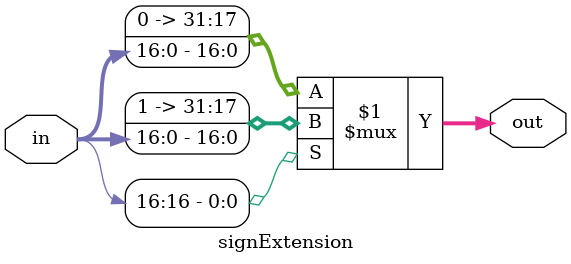
<source format=v>
/*
	Create by: Fangcheng
	Date: 2023-10-23
*/
module signExtension(in, out);
	input[16:0] in;
	output[31:0] out;
	
	assign out = in[16] ? {15'b111111111111111, in} : {15'b0000000000000000, in};
endmodule
</source>
